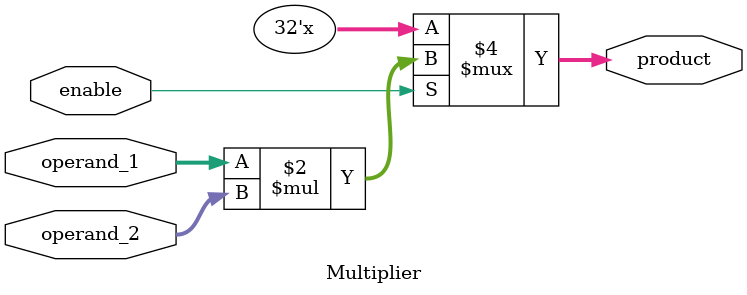
<source format=v>
`include "Defines.v"

module Multiplier
(
    input enable,

    input [31 : 0] operand_1,
    input [31 : 0] operand_2,

    output reg [31 : 0] product
);

    always @(*)
    begin
        if (enable)
            product <= operand_1 * operand_2;
        else
            product <= 'bz;
    end
endmodule
</source>
